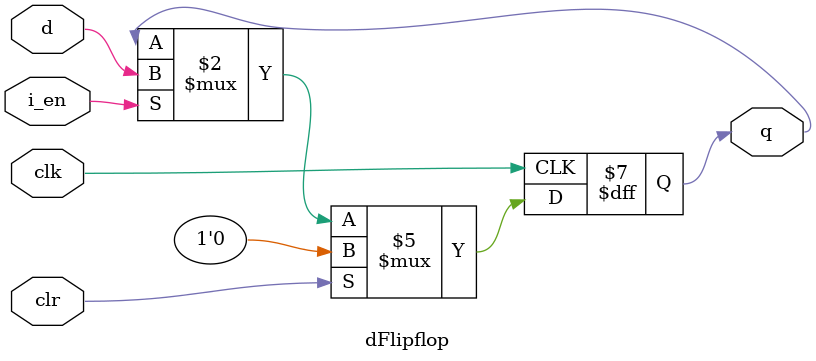
<source format=v>
module dFlipflop(
    clk,
    clr,
    i_en,
    d,
    q
);

    input d;
    input i_en, clr, clk;
    output reg q;

    always @(negedge clk)
    begin
        if(clr)
            q <= 0;
        else
            if(i_en)
                q <= d;
    end

endmodule
</source>
